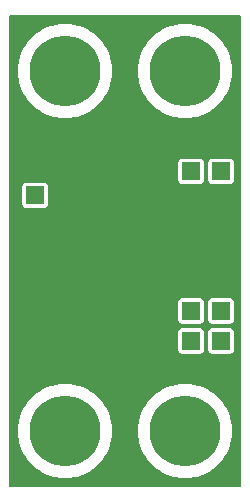
<source format=gbr>
%TF.GenerationSoftware,KiCad,Pcbnew,7.0.5.1-1-g8f565ef7f0-dirty-deb11*%
%TF.CreationDate,2023-07-05T14:52:02+00:00*%
%TF.ProjectId,STEPUPDC02,53544550-5550-4444-9330-322e6b696361,rev?*%
%TF.SameCoordinates,Original*%
%TF.FileFunction,Copper,L1,Top*%
%TF.FilePolarity,Positive*%
%FSLAX46Y46*%
G04 Gerber Fmt 4.6, Leading zero omitted, Abs format (unit mm)*
G04 Created by KiCad (PCBNEW 7.0.5.1-1-g8f565ef7f0-dirty-deb11) date 2023-07-05 14:52:02*
%MOMM*%
%LPD*%
G01*
G04 APERTURE LIST*
%TA.AperFunction,ComponentPad*%
%ADD10C,6.000000*%
%TD*%
%TA.AperFunction,ComponentPad*%
%ADD11R,1.524000X1.524000*%
%TD*%
%TA.AperFunction,ViaPad*%
%ADD12C,0.800000*%
%TD*%
%TA.AperFunction,Conductor*%
%ADD13C,0.500000*%
%TD*%
G04 APERTURE END LIST*
D10*
%TO.P,M1,1*%
%TO.N,N/C*%
X15240000Y35560000D03*
%TD*%
%TO.P,M2,1*%
%TO.N,N/C*%
X15240000Y5080000D03*
%TD*%
%TO.P,M3,1*%
%TO.N,N/C*%
X5080000Y5080000D03*
%TD*%
%TO.P,M4,1*%
%TO.N,N/C*%
X5080000Y35560000D03*
%TD*%
D11*
%TO.P,J1,1*%
%TO.N,GND*%
X15748000Y29591000D03*
%TO.P,J1,2*%
X18288000Y29591000D03*
%TO.P,J1,3*%
%TO.N,/Power*%
X15748000Y27051000D03*
%TO.P,J1,4*%
X18288000Y27051000D03*
%TO.P,J1,5*%
%TO.N,GND*%
X15748000Y24511000D03*
%TO.P,J1,6*%
X18288000Y24511000D03*
%TD*%
%TO.P,J2,1*%
%TO.N,GND*%
X2540000Y22479000D03*
%TO.P,J2,2*%
%TO.N,/ENABLE*%
X2540000Y25019000D03*
%TD*%
%TO.P,J4,1*%
%TO.N,GND*%
X15748000Y17780000D03*
%TO.P,J4,2*%
X18288000Y17780000D03*
%TO.P,J4,3*%
%TO.N,/PowerOUT*%
X15748000Y15240000D03*
%TO.P,J4,4*%
X18288000Y15240000D03*
%TO.P,J4,5*%
X15748000Y12700000D03*
%TO.P,J4,6*%
X18288000Y12700000D03*
%TO.P,J4,7*%
%TO.N,GND*%
X15748000Y10160000D03*
%TO.P,J4,8*%
X18288000Y10160000D03*
%TD*%
D12*
%TO.N,GND*%
X1397000Y13462000D03*
X2794000Y13462000D03*
X11811000Y18034000D03*
X4953000Y26670000D03*
X16891000Y19558000D03*
X4826000Y12573000D03*
X9017000Y19685000D03*
X8001000Y20574000D03*
X4826000Y11303000D03*
X18415000Y19558000D03*
X9271000Y17018000D03*
X12700000Y29591000D03*
X4191000Y22479000D03*
X4826000Y10160000D03*
X9017000Y18288000D03*
X13970000Y29591000D03*
X18415000Y22733000D03*
X6350000Y26670000D03*
X10033000Y18033998D03*
X6731000Y20574000D03*
X1397000Y14859000D03*
X15748000Y22733000D03*
X15621000Y19558000D03*
X4826000Y28702000D03*
X17018000Y22733000D03*
X3937000Y13462000D03*
%TD*%
D13*
%TO.N,GND*%
X2794000Y13462000D02*
X1397000Y13462000D01*
X13970000Y29591000D02*
X12700000Y29591000D01*
X9778998Y18288000D02*
X10033000Y18033998D01*
X4826000Y12573000D02*
X3937000Y13462000D01*
X4826000Y10160000D02*
X4826000Y11303000D01*
X6731000Y20574000D02*
X8001000Y20574000D01*
X9017000Y18288000D02*
X9778998Y18288000D01*
X9017000Y19685000D02*
X9017000Y18288000D01*
X15621000Y19558000D02*
X16891000Y19558000D01*
X6350000Y26670000D02*
X4953000Y26670000D01*
X15748000Y22733000D02*
X17018000Y22733000D01*
%TD*%
%TA.AperFunction,Conductor*%
%TO.N,GND*%
G36*
X19932621Y40290498D02*
G01*
X19979114Y40236842D01*
X19990500Y40184500D01*
X19990500Y455500D01*
X19970498Y387379D01*
X19916842Y340886D01*
X19864500Y329500D01*
X455500Y329500D01*
X387379Y349502D01*
X340886Y403158D01*
X329500Y455500D01*
X329500Y5079996D01*
X1074675Y5079996D01*
X1093962Y4687412D01*
X1093963Y4687398D01*
X1151635Y4298606D01*
X1151636Y4298600D01*
X1199389Y4107958D01*
X1247144Y3917310D01*
X1379561Y3547230D01*
X1547621Y3191899D01*
X1749696Y2854756D01*
X1983834Y2539057D01*
X2247808Y2247808D01*
X2539057Y1983834D01*
X2854756Y1749696D01*
X3191899Y1547621D01*
X3547230Y1379561D01*
X3917310Y1247144D01*
X4107958Y1199389D01*
X4298600Y1151636D01*
X4298604Y1151635D01*
X4298606Y1151635D01*
X4687398Y1093963D01*
X4687406Y1093962D01*
X4687409Y1093962D01*
X4855662Y1085696D01*
X5079996Y1074675D01*
X5080000Y1074675D01*
X5080004Y1074675D01*
X5276295Y1084318D01*
X5472591Y1093962D01*
X5472594Y1093962D01*
X5472601Y1093963D01*
X5861393Y1151635D01*
X5861400Y1151636D01*
X6146995Y1223174D01*
X6242689Y1247144D01*
X6612769Y1379561D01*
X6612772Y1379562D01*
X6968097Y1547619D01*
X7081649Y1615680D01*
X7305243Y1749696D01*
X7620942Y1983834D01*
X7620951Y1983842D01*
X7912192Y2247808D01*
X8176158Y2539049D01*
X8176159Y2539050D01*
X8176165Y2539057D01*
X8410303Y2854756D01*
X8410306Y2854761D01*
X8612381Y3191903D01*
X8780438Y3547228D01*
X8912857Y3917316D01*
X9008364Y4298600D01*
X9066038Y4687409D01*
X9085325Y5079996D01*
X11234675Y5079996D01*
X11253962Y4687412D01*
X11253963Y4687398D01*
X11311635Y4298606D01*
X11311636Y4298600D01*
X11359389Y4107958D01*
X11407144Y3917310D01*
X11539561Y3547230D01*
X11707621Y3191899D01*
X11909696Y2854756D01*
X12143834Y2539057D01*
X12407808Y2247808D01*
X12699057Y1983834D01*
X13014756Y1749696D01*
X13351899Y1547621D01*
X13707230Y1379561D01*
X14077310Y1247144D01*
X14267958Y1199389D01*
X14458600Y1151636D01*
X14458604Y1151635D01*
X14458606Y1151635D01*
X14847398Y1093963D01*
X14847406Y1093962D01*
X14847409Y1093962D01*
X15015662Y1085696D01*
X15239996Y1074675D01*
X15240000Y1074675D01*
X15240004Y1074675D01*
X15436295Y1084318D01*
X15632591Y1093962D01*
X15632594Y1093962D01*
X15632601Y1093963D01*
X16021393Y1151635D01*
X16021400Y1151636D01*
X16306995Y1223174D01*
X16402689Y1247144D01*
X16772769Y1379561D01*
X16772772Y1379562D01*
X17128097Y1547619D01*
X17241649Y1615680D01*
X17465243Y1749696D01*
X17780942Y1983834D01*
X17780951Y1983842D01*
X18072192Y2247808D01*
X18336158Y2539049D01*
X18336159Y2539050D01*
X18336165Y2539057D01*
X18570303Y2854756D01*
X18570306Y2854761D01*
X18772381Y3191903D01*
X18940438Y3547228D01*
X19072857Y3917316D01*
X19168364Y4298600D01*
X19226038Y4687409D01*
X19245325Y5080000D01*
X19226038Y5472591D01*
X19168364Y5861400D01*
X19072857Y6242684D01*
X18940438Y6612772D01*
X18772381Y6968097D01*
X18570306Y7305239D01*
X18336158Y7620951D01*
X18072192Y7912192D01*
X17780951Y8176158D01*
X17465239Y8410306D01*
X17128097Y8612381D01*
X16772772Y8780438D01*
X16402684Y8912857D01*
X16021400Y9008364D01*
X15632591Y9066038D01*
X15295384Y9082604D01*
X15240004Y9085325D01*
X15239996Y9085325D01*
X15182590Y9082504D01*
X14847409Y9066038D01*
X14458600Y9008364D01*
X14077316Y8912857D01*
X13707228Y8780438D01*
X13351903Y8612381D01*
X13014761Y8410306D01*
X13014756Y8410303D01*
X12699057Y8176165D01*
X12699050Y8176159D01*
X12699049Y8176158D01*
X12407808Y7912192D01*
X12143842Y7620951D01*
X12143834Y7620942D01*
X11909696Y7305243D01*
X11909694Y7305239D01*
X11707619Y6968097D01*
X11539562Y6612772D01*
X11539561Y6612769D01*
X11407144Y6242689D01*
X11407143Y6242684D01*
X11311636Y5861400D01*
X11311635Y5861393D01*
X11253963Y5472601D01*
X11253962Y5472587D01*
X11234675Y5080003D01*
X11234675Y5079996D01*
X9085325Y5079996D01*
X9085325Y5080000D01*
X9066038Y5472591D01*
X9008364Y5861400D01*
X8912857Y6242684D01*
X8780438Y6612772D01*
X8612381Y6968097D01*
X8410306Y7305239D01*
X8176158Y7620951D01*
X7912192Y7912192D01*
X7620951Y8176158D01*
X7305239Y8410306D01*
X6968097Y8612381D01*
X6612772Y8780438D01*
X6242684Y8912857D01*
X5861400Y9008364D01*
X5472591Y9066038D01*
X5135384Y9082604D01*
X5080004Y9085325D01*
X5079996Y9085325D01*
X5022590Y9082504D01*
X4687409Y9066038D01*
X4298600Y9008364D01*
X3917316Y8912857D01*
X3547228Y8780438D01*
X3191903Y8612381D01*
X2854761Y8410306D01*
X2854756Y8410303D01*
X2539057Y8176165D01*
X2539050Y8176159D01*
X2539049Y8176158D01*
X2247808Y7912192D01*
X1983842Y7620951D01*
X1983834Y7620942D01*
X1749696Y7305243D01*
X1749694Y7305239D01*
X1547619Y6968097D01*
X1379562Y6612772D01*
X1379561Y6612769D01*
X1247144Y6242689D01*
X1247143Y6242684D01*
X1151636Y5861400D01*
X1151635Y5861393D01*
X1093963Y5472601D01*
X1093962Y5472587D01*
X1074675Y5080003D01*
X1074675Y5079996D01*
X329500Y5079996D01*
X329500Y11893140D01*
X14685500Y11893140D01*
X14685501Y11893133D01*
X14688414Y11868009D01*
X14688416Y11868005D01*
X14733793Y11765234D01*
X14813232Y11685795D01*
X14813234Y11685794D01*
X14916010Y11640414D01*
X14916009Y11640414D01*
X14941131Y11637500D01*
X14941135Y11637500D01*
X16554859Y11637500D01*
X16554866Y11637501D01*
X16579990Y11640414D01*
X16579994Y11640416D01*
X16682765Y11685793D01*
X16762204Y11765232D01*
X16762205Y11765234D01*
X16762206Y11765235D01*
X16807585Y11868009D01*
X16810500Y11893135D01*
X16810500Y11893140D01*
X17225500Y11893140D01*
X17225501Y11893133D01*
X17228414Y11868009D01*
X17228416Y11868005D01*
X17273793Y11765234D01*
X17353232Y11685795D01*
X17353234Y11685794D01*
X17456010Y11640414D01*
X17456009Y11640414D01*
X17481131Y11637500D01*
X17481135Y11637500D01*
X19094859Y11637500D01*
X19094866Y11637501D01*
X19119990Y11640414D01*
X19119994Y11640416D01*
X19222765Y11685793D01*
X19302204Y11765232D01*
X19302205Y11765234D01*
X19302206Y11765235D01*
X19347585Y11868009D01*
X19350500Y11893135D01*
X19350499Y13506864D01*
X19347585Y13531991D01*
X19302206Y13634765D01*
X19222765Y13714206D01*
X19119991Y13759585D01*
X19094865Y13762500D01*
X17481136Y13762499D01*
X17456009Y13759585D01*
X17420422Y13743872D01*
X17353234Y13714206D01*
X17273795Y13634767D01*
X17273794Y13634765D01*
X17228414Y13531990D01*
X17225500Y13506870D01*
X17225500Y11893140D01*
X16810500Y11893140D01*
X16810499Y13506864D01*
X16807585Y13531991D01*
X16762206Y13634765D01*
X16682765Y13714206D01*
X16579991Y13759585D01*
X16554865Y13762500D01*
X14941136Y13762499D01*
X14916009Y13759585D01*
X14880422Y13743872D01*
X14813234Y13714206D01*
X14733795Y13634767D01*
X14733794Y13634765D01*
X14688414Y13531990D01*
X14685500Y13506870D01*
X14685500Y11893140D01*
X329500Y11893140D01*
X329500Y14433140D01*
X14685500Y14433140D01*
X14685501Y14433133D01*
X14688414Y14408009D01*
X14688416Y14408005D01*
X14733793Y14305234D01*
X14813232Y14225795D01*
X14813234Y14225794D01*
X14916010Y14180414D01*
X14916009Y14180414D01*
X14941131Y14177500D01*
X14941135Y14177500D01*
X16554859Y14177500D01*
X16554866Y14177501D01*
X16579990Y14180414D01*
X16579994Y14180416D01*
X16682765Y14225793D01*
X16762204Y14305232D01*
X16762205Y14305234D01*
X16762206Y14305235D01*
X16807585Y14408009D01*
X16810500Y14433135D01*
X16810500Y14433140D01*
X17225500Y14433140D01*
X17225501Y14433133D01*
X17228414Y14408009D01*
X17228416Y14408005D01*
X17273793Y14305234D01*
X17353232Y14225795D01*
X17353234Y14225794D01*
X17456010Y14180414D01*
X17456009Y14180414D01*
X17481131Y14177500D01*
X17481135Y14177500D01*
X19094859Y14177500D01*
X19094866Y14177501D01*
X19119990Y14180414D01*
X19119994Y14180416D01*
X19222765Y14225793D01*
X19302204Y14305232D01*
X19302205Y14305234D01*
X19302206Y14305235D01*
X19347585Y14408009D01*
X19350500Y14433135D01*
X19350499Y16046864D01*
X19347585Y16071991D01*
X19302206Y16174765D01*
X19222765Y16254206D01*
X19119991Y16299585D01*
X19094865Y16302500D01*
X17481136Y16302499D01*
X17456009Y16299585D01*
X17420422Y16283872D01*
X17353234Y16254206D01*
X17273795Y16174767D01*
X17273794Y16174765D01*
X17228414Y16071990D01*
X17225500Y16046870D01*
X17225500Y14433140D01*
X16810500Y14433140D01*
X16810499Y16046864D01*
X16807585Y16071991D01*
X16762206Y16174765D01*
X16682765Y16254206D01*
X16579991Y16299585D01*
X16554865Y16302500D01*
X14941136Y16302499D01*
X14916009Y16299585D01*
X14880422Y16283872D01*
X14813234Y16254206D01*
X14733795Y16174767D01*
X14733794Y16174765D01*
X14688414Y16071990D01*
X14685500Y16046870D01*
X14685500Y14433140D01*
X329500Y14433140D01*
X329500Y24212140D01*
X1477500Y24212140D01*
X1477501Y24212133D01*
X1480414Y24187009D01*
X1480416Y24187005D01*
X1525793Y24084234D01*
X1605232Y24004795D01*
X1605234Y24004794D01*
X1708010Y23959414D01*
X1708009Y23959414D01*
X1733131Y23956500D01*
X1733135Y23956500D01*
X3346859Y23956500D01*
X3346866Y23956501D01*
X3371990Y23959414D01*
X3371994Y23959416D01*
X3474765Y24004793D01*
X3554204Y24084232D01*
X3554205Y24084234D01*
X3554204Y24084234D01*
X3554206Y24084235D01*
X3599585Y24187009D01*
X3602500Y24212135D01*
X3602499Y25825864D01*
X3599585Y25850991D01*
X3554206Y25953765D01*
X3474765Y26033206D01*
X3371991Y26078585D01*
X3346865Y26081500D01*
X1733136Y26081499D01*
X1708009Y26078585D01*
X1672422Y26062872D01*
X1605234Y26033206D01*
X1525795Y25953767D01*
X1525794Y25953765D01*
X1480414Y25850990D01*
X1477500Y25825870D01*
X1477500Y24212140D01*
X329500Y24212140D01*
X329500Y26244140D01*
X14685500Y26244140D01*
X14685501Y26244133D01*
X14688414Y26219009D01*
X14688416Y26219005D01*
X14733793Y26116234D01*
X14813232Y26036795D01*
X14813234Y26036794D01*
X14916010Y25991414D01*
X14916009Y25991414D01*
X14941131Y25988500D01*
X14941135Y25988500D01*
X16554859Y25988500D01*
X16554866Y25988501D01*
X16579990Y25991414D01*
X16579994Y25991416D01*
X16682765Y26036793D01*
X16762204Y26116232D01*
X16762205Y26116234D01*
X16762204Y26116234D01*
X16762206Y26116235D01*
X16807585Y26219009D01*
X16810500Y26244135D01*
X16810500Y26244140D01*
X17225500Y26244140D01*
X17225501Y26244133D01*
X17228414Y26219009D01*
X17228416Y26219005D01*
X17273793Y26116234D01*
X17353232Y26036795D01*
X17353234Y26036794D01*
X17456010Y25991414D01*
X17456009Y25991414D01*
X17481131Y25988500D01*
X17481135Y25988500D01*
X19094859Y25988500D01*
X19094866Y25988501D01*
X19119990Y25991414D01*
X19119994Y25991416D01*
X19222765Y26036793D01*
X19302204Y26116232D01*
X19302205Y26116234D01*
X19302206Y26116235D01*
X19347585Y26219009D01*
X19350500Y26244135D01*
X19350499Y27857864D01*
X19347585Y27882991D01*
X19302206Y27985765D01*
X19222765Y28065206D01*
X19119991Y28110585D01*
X19094865Y28113500D01*
X17481136Y28113499D01*
X17456009Y28110585D01*
X17420422Y28094872D01*
X17353234Y28065206D01*
X17273795Y27985767D01*
X17273794Y27985765D01*
X17228414Y27882990D01*
X17225500Y27857870D01*
X17225500Y26244140D01*
X16810500Y26244140D01*
X16810499Y27857864D01*
X16807585Y27882991D01*
X16762206Y27985765D01*
X16682765Y28065206D01*
X16579991Y28110585D01*
X16554865Y28113500D01*
X14941136Y28113499D01*
X14916009Y28110585D01*
X14880422Y28094872D01*
X14813234Y28065206D01*
X14733795Y27985767D01*
X14733794Y27985765D01*
X14688414Y27882990D01*
X14685500Y27857870D01*
X14685500Y26244140D01*
X329500Y26244140D01*
X329500Y35559996D01*
X1074675Y35559996D01*
X1093962Y35167412D01*
X1093963Y35167398D01*
X1151635Y34778606D01*
X1151636Y34778600D01*
X1199389Y34587958D01*
X1247144Y34397310D01*
X1379561Y34027230D01*
X1547621Y33671899D01*
X1749696Y33334756D01*
X1983834Y33019057D01*
X2247808Y32727808D01*
X2539057Y32463834D01*
X2854756Y32229696D01*
X3191899Y32027621D01*
X3547230Y31859561D01*
X3917310Y31727144D01*
X4107958Y31679389D01*
X4298600Y31631636D01*
X4298604Y31631635D01*
X4298606Y31631635D01*
X4687398Y31573963D01*
X4687406Y31573962D01*
X4687409Y31573962D01*
X4855662Y31565696D01*
X5079996Y31554675D01*
X5080000Y31554675D01*
X5080004Y31554675D01*
X5276295Y31564318D01*
X5472591Y31573962D01*
X5472594Y31573962D01*
X5472601Y31573963D01*
X5861393Y31631635D01*
X5861400Y31631636D01*
X6146995Y31703174D01*
X6242689Y31727144D01*
X6612769Y31859561D01*
X6612772Y31859562D01*
X6968097Y32027619D01*
X7081649Y32095679D01*
X7305243Y32229696D01*
X7620942Y32463834D01*
X7620951Y32463842D01*
X7912192Y32727808D01*
X8176158Y33019049D01*
X8176159Y33019050D01*
X8176165Y33019057D01*
X8410303Y33334756D01*
X8410306Y33334761D01*
X8612381Y33671903D01*
X8780438Y34027228D01*
X8912857Y34397316D01*
X9008364Y34778600D01*
X9066038Y35167409D01*
X9085325Y35559996D01*
X11234675Y35559996D01*
X11253962Y35167412D01*
X11253963Y35167398D01*
X11311635Y34778606D01*
X11311636Y34778600D01*
X11359389Y34587958D01*
X11407144Y34397310D01*
X11539561Y34027230D01*
X11707621Y33671899D01*
X11909696Y33334756D01*
X12143834Y33019057D01*
X12407808Y32727808D01*
X12699057Y32463834D01*
X13014756Y32229696D01*
X13351899Y32027621D01*
X13707230Y31859561D01*
X14077310Y31727144D01*
X14267958Y31679389D01*
X14458600Y31631636D01*
X14458604Y31631635D01*
X14458606Y31631635D01*
X14847398Y31573963D01*
X14847406Y31573962D01*
X14847409Y31573962D01*
X15015662Y31565696D01*
X15239996Y31554675D01*
X15240000Y31554675D01*
X15240004Y31554675D01*
X15436295Y31564318D01*
X15632591Y31573962D01*
X15632594Y31573962D01*
X15632601Y31573963D01*
X16021393Y31631635D01*
X16021400Y31631636D01*
X16306995Y31703174D01*
X16402689Y31727144D01*
X16772769Y31859561D01*
X16772772Y31859562D01*
X17128097Y32027619D01*
X17241649Y32095679D01*
X17465243Y32229696D01*
X17780942Y32463834D01*
X17780951Y32463842D01*
X18072192Y32727808D01*
X18336158Y33019049D01*
X18336159Y33019050D01*
X18336165Y33019057D01*
X18570303Y33334756D01*
X18570306Y33334761D01*
X18772381Y33671903D01*
X18940438Y34027228D01*
X19072857Y34397316D01*
X19168364Y34778600D01*
X19226038Y35167409D01*
X19245325Y35560000D01*
X19226038Y35952591D01*
X19168364Y36341400D01*
X19072857Y36722684D01*
X18940438Y37092772D01*
X18772381Y37448097D01*
X18570306Y37785239D01*
X18336158Y38100951D01*
X18072192Y38392192D01*
X17780951Y38656158D01*
X17465239Y38890306D01*
X17128097Y39092381D01*
X16772772Y39260438D01*
X16402684Y39392857D01*
X16021400Y39488364D01*
X15632591Y39546038D01*
X15295384Y39562604D01*
X15240004Y39565325D01*
X15239996Y39565325D01*
X15182590Y39562504D01*
X14847409Y39546038D01*
X14458600Y39488364D01*
X14077316Y39392857D01*
X13707228Y39260438D01*
X13351903Y39092381D01*
X13014761Y38890306D01*
X13014756Y38890303D01*
X12699057Y38656165D01*
X12699050Y38656159D01*
X12699049Y38656158D01*
X12407808Y38392192D01*
X12143842Y38100951D01*
X12143834Y38100942D01*
X11909696Y37785243D01*
X11909694Y37785239D01*
X11707619Y37448097D01*
X11539562Y37092772D01*
X11539561Y37092769D01*
X11407144Y36722689D01*
X11407143Y36722684D01*
X11311636Y36341400D01*
X11311635Y36341393D01*
X11253963Y35952601D01*
X11253962Y35952587D01*
X11234675Y35560003D01*
X11234675Y35559996D01*
X9085325Y35559996D01*
X9085325Y35560000D01*
X9066038Y35952591D01*
X9008364Y36341400D01*
X8912857Y36722684D01*
X8780438Y37092772D01*
X8612381Y37448097D01*
X8410306Y37785239D01*
X8176158Y38100951D01*
X7912192Y38392192D01*
X7620951Y38656158D01*
X7305239Y38890306D01*
X6968097Y39092381D01*
X6612772Y39260438D01*
X6242684Y39392857D01*
X5861400Y39488364D01*
X5472591Y39546038D01*
X5135384Y39562604D01*
X5080004Y39565325D01*
X5079996Y39565325D01*
X5022590Y39562504D01*
X4687409Y39546038D01*
X4298600Y39488364D01*
X3917316Y39392857D01*
X3547228Y39260438D01*
X3191903Y39092381D01*
X2854761Y38890306D01*
X2854756Y38890303D01*
X2539057Y38656165D01*
X2539050Y38656159D01*
X2539049Y38656158D01*
X2247808Y38392192D01*
X1983842Y38100951D01*
X1983834Y38100942D01*
X1749696Y37785243D01*
X1749694Y37785239D01*
X1547619Y37448097D01*
X1379562Y37092772D01*
X1379561Y37092769D01*
X1247144Y36722689D01*
X1247143Y36722684D01*
X1151636Y36341400D01*
X1151635Y36341393D01*
X1093963Y35952601D01*
X1093962Y35952587D01*
X1074675Y35560003D01*
X1074675Y35559996D01*
X329500Y35559996D01*
X329500Y40184500D01*
X349502Y40252621D01*
X403158Y40299114D01*
X455500Y40310500D01*
X19864500Y40310500D01*
X19932621Y40290498D01*
G37*
%TD.AperFunction*%
%TD*%
M02*

</source>
